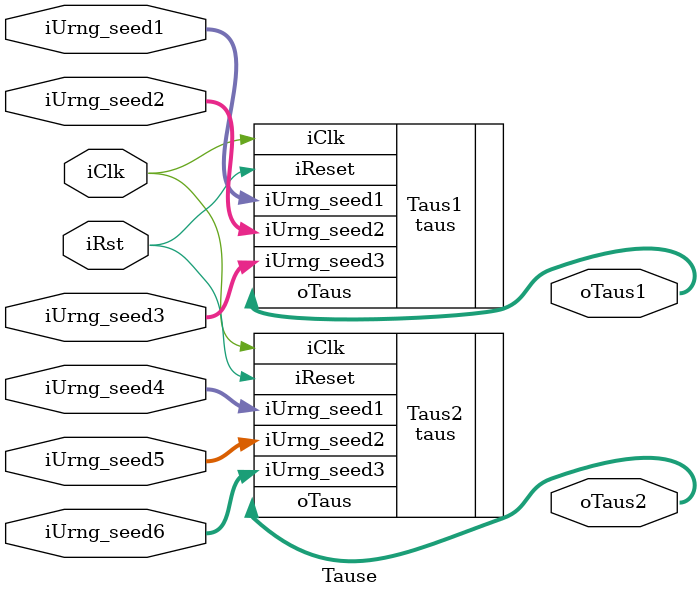
<source format=v>
`timescale 1ns / 1ps

// Create Date: 07/19/2016 10:16:36 AM
// Design Name: 
// Module Name: verilog vectors
// Project Name: 
// Target Devices: 
// Tool Versions: 
// Description: 
// 
// Dependencies: 
// 
// Revision:
// Revision 0.01 - File Created
// Additional Comments:
// 
//////////////////////////////////////////////////////////////////////////////////
module Tause 
(
    input iClk,
    input iRst,
    
    input [31:0] iUrng_seed1,
    input [31:0] iUrng_seed2,
    input [31:0] iUrng_seed3,
    
    input [31:0] iUrng_seed4,
    input [31:0] iUrng_seed5,
    input [31:0] iUrng_seed6,
    
    output [31:0] oTaus1,
    output [31:0] oTaus2
 );


  taus Taus1
  (
    .iClk(iClk), .iReset(iRst), .iUrng_seed1(iUrng_seed1), .iUrng_seed2(iUrng_seed2),
    .iUrng_seed3(iUrng_seed3), .oTaus(oTaus1)
   );

  taus Taus2
  (
    .iClk(iClk), .iReset(iRst), .iUrng_seed1(iUrng_seed4), .iUrng_seed2(iUrng_seed5),
    .iUrng_seed3(iUrng_seed6), .oTaus(oTaus2)
   );   
   
 endmodule
</source>
